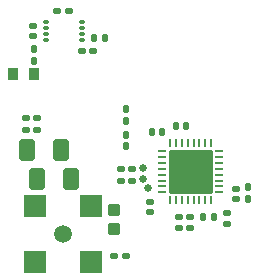
<source format=gbr>
%TF.GenerationSoftware,Altium Limited,Altium Designer,20.1.12 (249)*%
G04 Layer_Color=128*
%FSLAX45Y45*%
%MOMM*%
%TF.SameCoordinates,27206DED-D720-4121-B7EB-46A740E941A3*%
%TF.FilePolarity,Positive*%
%TF.FileFunction,Paste,Bot*%
%TF.Part,Single*%
G01*
G75*
%TA.AperFunction,SMDPad,CuDef*%
G04:AMPARAMS|DCode=12|XSize=1mm|YSize=1mm|CornerRadius=0.1mm|HoleSize=0mm|Usage=FLASHONLY|Rotation=0.000|XOffset=0mm|YOffset=0mm|HoleType=Round|Shape=RoundedRectangle|*
%AMROUNDEDRECTD12*
21,1,1.00000,0.80000,0,0,0.0*
21,1,0.80000,1.00000,0,0,0.0*
1,1,0.20000,0.40000,-0.40000*
1,1,0.20000,-0.40000,-0.40000*
1,1,0.20000,-0.40000,0.40000*
1,1,0.20000,0.40000,0.40000*
%
%ADD12ROUNDEDRECTD12*%
G04:AMPARAMS|DCode=16|XSize=0.9mm|YSize=1mm|CornerRadius=0.09mm|HoleSize=0mm|Usage=FLASHONLY|Rotation=0.000|XOffset=0mm|YOffset=0mm|HoleType=Round|Shape=RoundedRectangle|*
%AMROUNDEDRECTD16*
21,1,0.90000,0.82000,0,0,0.0*
21,1,0.72000,1.00000,0,0,0.0*
1,1,0.18000,0.36000,-0.41000*
1,1,0.18000,-0.36000,-0.41000*
1,1,0.18000,-0.36000,0.41000*
1,1,0.18000,0.36000,0.41000*
%
%ADD16ROUNDEDRECTD16*%
G04:AMPARAMS|DCode=17|XSize=1.8mm|YSize=1.3mm|CornerRadius=0.13mm|HoleSize=0mm|Usage=FLASHONLY|Rotation=270.000|XOffset=0mm|YOffset=0mm|HoleType=Round|Shape=RoundedRectangle|*
%AMROUNDEDRECTD17*
21,1,1.80000,1.04000,0,0,270.0*
21,1,1.54000,1.30000,0,0,270.0*
1,1,0.26000,-0.52000,-0.77000*
1,1,0.26000,-0.52000,0.77000*
1,1,0.26000,0.52000,0.77000*
1,1,0.26000,0.52000,-0.77000*
%
%ADD17ROUNDEDRECTD17*%
%ADD23C,0.63500*%
G04:AMPARAMS|DCode=27|XSize=0.5mm|YSize=0.65mm|CornerRadius=0.05mm|HoleSize=0mm|Usage=FLASHONLY|Rotation=180.000|XOffset=0mm|YOffset=0mm|HoleType=Round|Shape=RoundedRectangle|*
%AMROUNDEDRECTD27*
21,1,0.50000,0.55000,0,0,180.0*
21,1,0.40000,0.65000,0,0,180.0*
1,1,0.10000,-0.20000,0.27500*
1,1,0.10000,0.20000,0.27500*
1,1,0.10000,0.20000,-0.27500*
1,1,0.10000,-0.20000,-0.27500*
%
%ADD27ROUNDEDRECTD27*%
G04:AMPARAMS|DCode=29|XSize=0.6mm|YSize=0.5mm|CornerRadius=0.05mm|HoleSize=0mm|Usage=FLASHONLY|Rotation=270.000|XOffset=0mm|YOffset=0mm|HoleType=Round|Shape=RoundedRectangle|*
%AMROUNDEDRECTD29*
21,1,0.60000,0.40000,0,0,270.0*
21,1,0.50000,0.50000,0,0,270.0*
1,1,0.10000,-0.20000,-0.25000*
1,1,0.10000,-0.20000,0.25000*
1,1,0.10000,0.20000,0.25000*
1,1,0.10000,0.20000,-0.25000*
%
%ADD29ROUNDEDRECTD29*%
G04:AMPARAMS|DCode=30|XSize=0.6mm|YSize=0.5mm|CornerRadius=0.05mm|HoleSize=0mm|Usage=FLASHONLY|Rotation=180.000|XOffset=0mm|YOffset=0mm|HoleType=Round|Shape=RoundedRectangle|*
%AMROUNDEDRECTD30*
21,1,0.60000,0.40000,0,0,180.0*
21,1,0.50000,0.50000,0,0,180.0*
1,1,0.10000,-0.25000,0.20000*
1,1,0.10000,0.25000,0.20000*
1,1,0.10000,0.25000,-0.20000*
1,1,0.10000,-0.25000,-0.20000*
%
%ADD30ROUNDEDRECTD30*%
G04:AMPARAMS|DCode=32|XSize=0.5mm|YSize=0.65mm|CornerRadius=0.05mm|HoleSize=0mm|Usage=FLASHONLY|Rotation=90.000|XOffset=0mm|YOffset=0mm|HoleType=Round|Shape=RoundedRectangle|*
%AMROUNDEDRECTD32*
21,1,0.50000,0.55000,0,0,90.0*
21,1,0.40000,0.65000,0,0,90.0*
1,1,0.10000,0.27500,0.20000*
1,1,0.10000,0.27500,-0.20000*
1,1,0.10000,-0.27500,-0.20000*
1,1,0.10000,-0.27500,0.20000*
%
%ADD32ROUNDEDRECTD32*%
G04:AMPARAMS|DCode=42|XSize=0.6mm|YSize=0.25mm|CornerRadius=0.025mm|HoleSize=0mm|Usage=FLASHONLY|Rotation=180.000|XOffset=0mm|YOffset=0mm|HoleType=Round|Shape=RoundedRectangle|*
%AMROUNDEDRECTD42*
21,1,0.60000,0.20000,0,0,180.0*
21,1,0.55000,0.25000,0,0,180.0*
1,1,0.05000,-0.27500,0.10000*
1,1,0.05000,0.27500,0.10000*
1,1,0.05000,0.27500,-0.10000*
1,1,0.05000,-0.27500,-0.10000*
%
%ADD42ROUNDEDRECTD42*%
G04:AMPARAMS|DCode=43|XSize=0.6mm|YSize=0.25mm|CornerRadius=0.025mm|HoleSize=0mm|Usage=FLASHONLY|Rotation=90.000|XOffset=0mm|YOffset=0mm|HoleType=Round|Shape=RoundedRectangle|*
%AMROUNDEDRECTD43*
21,1,0.60000,0.20000,0,0,90.0*
21,1,0.55000,0.25000,0,0,90.0*
1,1,0.05000,0.10000,0.27500*
1,1,0.05000,0.10000,-0.27500*
1,1,0.05000,-0.10000,-0.27500*
1,1,0.05000,-0.10000,0.27500*
%
%ADD43ROUNDEDRECTD43*%
G04:AMPARAMS|DCode=44|XSize=3.7mm|YSize=3.7mm|CornerRadius=0.0925mm|HoleSize=0mm|Usage=FLASHONLY|Rotation=180.000|XOffset=0mm|YOffset=0mm|HoleType=Round|Shape=RoundedRectangle|*
%AMROUNDEDRECTD44*
21,1,3.70000,3.51500,0,0,180.0*
21,1,3.51500,3.70000,0,0,180.0*
1,1,0.18500,-1.75750,1.75750*
1,1,0.18500,1.75750,1.75750*
1,1,0.18500,1.75750,-1.75750*
1,1,0.18500,-1.75750,-1.75750*
%
%ADD44ROUNDEDRECTD44*%
%ADD45O,0.65000X0.30000*%
%ADD46R,1.90500X1.90500*%
%ADD47C,1.52000*%
G36*
X1717500Y917500D02*
X1867500D01*
Y767500D01*
X1717500D01*
Y917500D01*
D02*
G37*
G36*
Y1087500D02*
X1867500D01*
Y937500D01*
X1717500D01*
Y1087500D01*
D02*
G37*
G36*
X1887500Y917500D02*
X2037500D01*
Y767500D01*
X1887500D01*
Y917500D01*
D02*
G37*
G36*
Y1087500D02*
X2037500D01*
Y937500D01*
X1887500D01*
Y1087500D01*
D02*
G37*
D12*
X1232500Y600000D02*
D03*
Y440000D02*
D03*
D16*
X547500Y1757500D02*
D03*
X377500D02*
D03*
D17*
X780000Y1115000D02*
D03*
X490001D02*
D03*
X865000Y867500D02*
D03*
X575000D02*
D03*
D23*
X1475000Y867500D02*
D03*
Y960000D02*
D03*
X1512500Y790000D02*
D03*
D27*
X2075000Y540000D02*
D03*
X1985000D02*
D03*
X1842500Y1315000D02*
D03*
X1752500D02*
D03*
X1547500Y1267500D02*
D03*
X1637500D02*
D03*
X1152500Y2062500D02*
D03*
X1062500D02*
D03*
D29*
X1332500Y1242500D02*
D03*
Y1142500D02*
D03*
X1332500Y1355000D02*
D03*
Y1455000D02*
D03*
X2367500Y700000D02*
D03*
Y800000D02*
D03*
X547500Y1965000D02*
D03*
Y1865000D02*
D03*
D30*
X580000Y1282500D02*
D03*
X480000D02*
D03*
X480000Y1382500D02*
D03*
X580000D02*
D03*
X955000Y1952500D02*
D03*
X1055000D02*
D03*
X750000Y2287500D02*
D03*
X850000D02*
D03*
X1385000Y952500D02*
D03*
X1285000D02*
D03*
X1285000Y852500D02*
D03*
X1385000D02*
D03*
X1332500Y212500D02*
D03*
X1232500D02*
D03*
D32*
X1537500Y585000D02*
D03*
Y675000D02*
D03*
X2262500Y695000D02*
D03*
Y785000D02*
D03*
X2185000Y485000D02*
D03*
Y575000D02*
D03*
X545000Y2162500D02*
D03*
Y2072500D02*
D03*
X1780000Y545000D02*
D03*
Y455000D02*
D03*
X1875001Y545000D02*
D03*
Y455000D02*
D03*
D42*
X2117500Y1102500D02*
D03*
Y1052500D02*
D03*
Y1002500D02*
D03*
Y952500D02*
D03*
Y902500D02*
D03*
Y852500D02*
D03*
Y802500D02*
D03*
Y752500D02*
D03*
X1637500D02*
D03*
Y802500D02*
D03*
Y852500D02*
D03*
Y902500D02*
D03*
Y952500D02*
D03*
Y1002500D02*
D03*
Y1052500D02*
D03*
Y1102500D02*
D03*
D43*
X2052500Y687500D02*
D03*
X2002500D02*
D03*
X1952500D02*
D03*
X1902500D02*
D03*
X1852500D02*
D03*
X1802500D02*
D03*
X1752500D02*
D03*
X1702500D02*
D03*
Y1167500D02*
D03*
X1752500D02*
D03*
X1802500D02*
D03*
X1852500D02*
D03*
X1902500D02*
D03*
X1952500D02*
D03*
X2002500D02*
D03*
X2052500D02*
D03*
D44*
X1877500Y927500D02*
D03*
D45*
X955000Y2192500D02*
D03*
Y2142500D02*
D03*
Y2092499D02*
D03*
Y2042500D02*
D03*
X650000Y2192500D02*
D03*
Y2142500D02*
D03*
Y2092499D02*
D03*
Y2042500D02*
D03*
D46*
X562500Y637500D02*
D03*
X1037500D02*
D03*
X562500Y162500D02*
D03*
X1037500D02*
D03*
D47*
X800000Y400000D02*
D03*
%TF.MD5,f1b63dec29b2c88cb163086374ab2f8c*%
M02*

</source>
